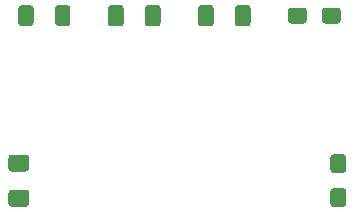
<source format=gtp>
%TF.GenerationSoftware,KiCad,Pcbnew,5.1.9+dfsg1-1+deb11u1*%
%TF.CreationDate,2022-11-10T09:50:42+01:00*%
%TF.ProjectId,A1200MPU-Adapter,41313230-304d-4505-952d-416461707465,2.0*%
%TF.SameCoordinates,Original*%
%TF.FileFunction,Paste,Top*%
%TF.FilePolarity,Positive*%
%FSLAX46Y46*%
G04 Gerber Fmt 4.6, Leading zero omitted, Abs format (unit mm)*
G04 Created by KiCad (PCBNEW 5.1.9+dfsg1-1+deb11u1) date 2022-11-10 09:50:42*
%MOMM*%
%LPD*%
G01*
G04 APERTURE LIST*
G04 APERTURE END LIST*
%TO.C,C1*%
G36*
G01*
X161207001Y-106365000D02*
X160356999Y-106365000D01*
G75*
G02*
X160107000Y-106115001I0J249999D01*
G01*
X160107000Y-105039999D01*
G75*
G02*
X160356999Y-104790000I249999J0D01*
G01*
X161207001Y-104790000D01*
G75*
G02*
X161457000Y-105039999I0J-249999D01*
G01*
X161457000Y-106115001D01*
G75*
G02*
X161207001Y-106365000I-249999J0D01*
G01*
G37*
G36*
G01*
X161207001Y-103490000D02*
X160356999Y-103490000D01*
G75*
G02*
X160107000Y-103240001I0J249999D01*
G01*
X160107000Y-102164999D01*
G75*
G02*
X160356999Y-101915000I249999J0D01*
G01*
X161207001Y-101915000D01*
G75*
G02*
X161457000Y-102164999I0J-249999D01*
G01*
X161457000Y-103240001D01*
G75*
G02*
X161207001Y-103490000I-249999J0D01*
G01*
G37*
%TD*%
%TO.C,C2*%
G36*
G01*
X159400000Y-90595001D02*
X159400000Y-89744999D01*
G75*
G02*
X159649999Y-89495000I249999J0D01*
G01*
X160725001Y-89495000D01*
G75*
G02*
X160975000Y-89744999I0J-249999D01*
G01*
X160975000Y-90595001D01*
G75*
G02*
X160725001Y-90845000I-249999J0D01*
G01*
X159649999Y-90845000D01*
G75*
G02*
X159400000Y-90595001I0J249999D01*
G01*
G37*
G36*
G01*
X156525000Y-90595001D02*
X156525000Y-89744999D01*
G75*
G02*
X156774999Y-89495000I249999J0D01*
G01*
X157850001Y-89495000D01*
G75*
G02*
X158100000Y-89744999I0J-249999D01*
G01*
X158100000Y-90595001D01*
G75*
G02*
X157850001Y-90845000I-249999J0D01*
G01*
X156774999Y-90845000D01*
G75*
G02*
X156525000Y-90595001I0J249999D01*
G01*
G37*
%TD*%
%TO.C,C3*%
G36*
G01*
X141285000Y-90820001D02*
X141285000Y-89519999D01*
G75*
G02*
X141534999Y-89270000I249999J0D01*
G01*
X142360001Y-89270000D01*
G75*
G02*
X142610000Y-89519999I0J-249999D01*
G01*
X142610000Y-90820001D01*
G75*
G02*
X142360001Y-91070000I-249999J0D01*
G01*
X141534999Y-91070000D01*
G75*
G02*
X141285000Y-90820001I0J249999D01*
G01*
G37*
G36*
G01*
X144410000Y-90820001D02*
X144410000Y-89519999D01*
G75*
G02*
X144659999Y-89270000I249999J0D01*
G01*
X145485001Y-89270000D01*
G75*
G02*
X145735000Y-89519999I0J-249999D01*
G01*
X145735000Y-90820001D01*
G75*
G02*
X145485001Y-91070000I-249999J0D01*
G01*
X144659999Y-91070000D01*
G75*
G02*
X144410000Y-90820001I0J249999D01*
G01*
G37*
%TD*%
%TO.C,C4*%
G36*
G01*
X152030000Y-90820001D02*
X152030000Y-89519999D01*
G75*
G02*
X152279999Y-89270000I249999J0D01*
G01*
X153105001Y-89270000D01*
G75*
G02*
X153355000Y-89519999I0J-249999D01*
G01*
X153355000Y-90820001D01*
G75*
G02*
X153105001Y-91070000I-249999J0D01*
G01*
X152279999Y-91070000D01*
G75*
G02*
X152030000Y-90820001I0J249999D01*
G01*
G37*
G36*
G01*
X148905000Y-90820001D02*
X148905000Y-89519999D01*
G75*
G02*
X149154999Y-89270000I249999J0D01*
G01*
X149980001Y-89270000D01*
G75*
G02*
X150230000Y-89519999I0J-249999D01*
G01*
X150230000Y-90820001D01*
G75*
G02*
X149980001Y-91070000I-249999J0D01*
G01*
X149154999Y-91070000D01*
G75*
G02*
X148905000Y-90820001I0J249999D01*
G01*
G37*
%TD*%
%TO.C,D1*%
G36*
G01*
X134356000Y-106340000D02*
X133106000Y-106340000D01*
G75*
G02*
X132856000Y-106090000I0J250000D01*
G01*
X132856000Y-105165000D01*
G75*
G02*
X133106000Y-104915000I250000J0D01*
G01*
X134356000Y-104915000D01*
G75*
G02*
X134606000Y-105165000I0J-250000D01*
G01*
X134606000Y-106090000D01*
G75*
G02*
X134356000Y-106340000I-250000J0D01*
G01*
G37*
G36*
G01*
X134356000Y-103365000D02*
X133106000Y-103365000D01*
G75*
G02*
X132856000Y-103115000I0J250000D01*
G01*
X132856000Y-102190000D01*
G75*
G02*
X133106000Y-101940000I250000J0D01*
G01*
X134356000Y-101940000D01*
G75*
G02*
X134606000Y-102190000I0J-250000D01*
G01*
X134606000Y-103115000D01*
G75*
G02*
X134356000Y-103365000I-250000J0D01*
G01*
G37*
%TD*%
%TO.C,R1*%
G36*
G01*
X133690000Y-90795000D02*
X133690000Y-89545000D01*
G75*
G02*
X133940000Y-89295000I250000J0D01*
G01*
X134740000Y-89295000D01*
G75*
G02*
X134990000Y-89545000I0J-250000D01*
G01*
X134990000Y-90795000D01*
G75*
G02*
X134740000Y-91045000I-250000J0D01*
G01*
X133940000Y-91045000D01*
G75*
G02*
X133690000Y-90795000I0J250000D01*
G01*
G37*
G36*
G01*
X136790000Y-90795000D02*
X136790000Y-89545000D01*
G75*
G02*
X137040000Y-89295000I250000J0D01*
G01*
X137840000Y-89295000D01*
G75*
G02*
X138090000Y-89545000I0J-250000D01*
G01*
X138090000Y-90795000D01*
G75*
G02*
X137840000Y-91045000I-250000J0D01*
G01*
X137040000Y-91045000D01*
G75*
G02*
X136790000Y-90795000I0J250000D01*
G01*
G37*
%TD*%
M02*

</source>
